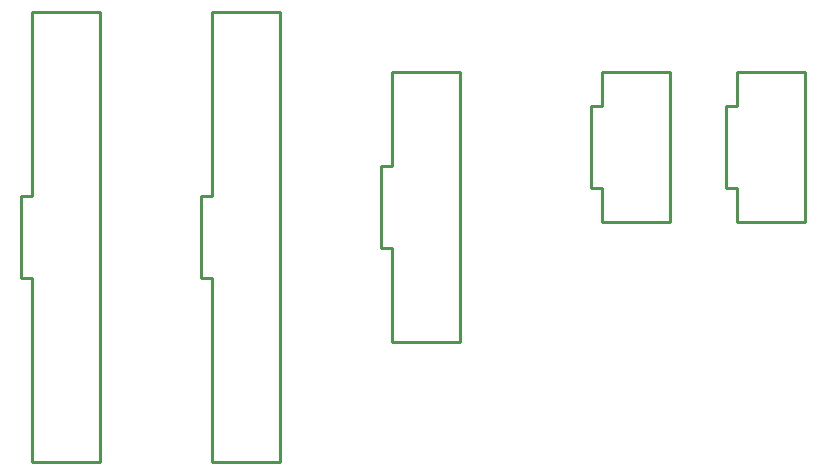
<source format=gbr>
G04 EAGLE Gerber RS-274X export*
G75*
%MOMM*%
%FSLAX34Y34*%
%LPD*%
%INSilkscreen Top*%
%IPPOS*%
%AMOC8*
5,1,8,0,0,1.08239X$1,22.5*%
G01*
%ADD10C,0.254000*%


D10*
X98425Y25400D02*
X155575Y25400D01*
X155575Y406400D01*
X98425Y406400D01*
X98425Y250825D01*
X88900Y250825D01*
X88900Y180975D01*
X98425Y180975D01*
X98425Y25400D01*
X250825Y25400D02*
X307975Y25400D01*
X307975Y406400D01*
X250825Y406400D01*
X250825Y250825D01*
X241300Y250825D01*
X241300Y180975D01*
X250825Y180975D01*
X250825Y25400D01*
X403225Y127000D02*
X460375Y127000D01*
X460375Y355600D01*
X403225Y355600D01*
X403225Y276225D01*
X393700Y276225D01*
X393700Y206375D01*
X403225Y206375D01*
X403225Y127000D01*
X581025Y228600D02*
X638175Y228600D01*
X638175Y355600D01*
X581025Y355600D01*
X581025Y327025D01*
X571500Y327025D01*
X571500Y257175D01*
X581025Y257175D01*
X581025Y228600D01*
X695325Y228600D02*
X752475Y228600D01*
X752475Y355600D01*
X695325Y355600D01*
X695325Y327025D01*
X685800Y327025D01*
X685800Y257175D01*
X695325Y257175D01*
X695325Y228600D01*
M02*

</source>
